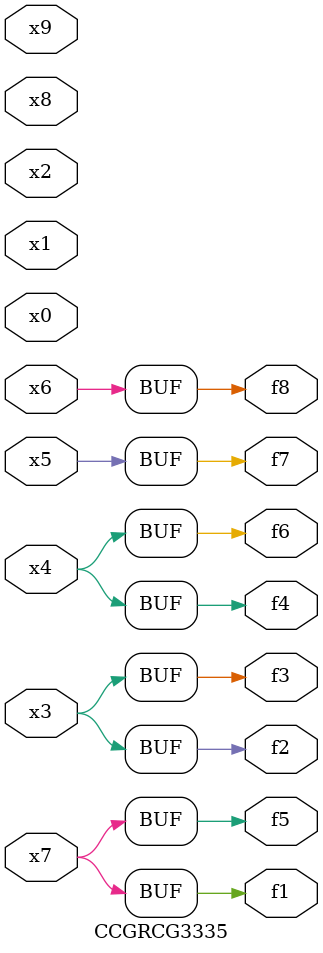
<source format=v>
module CCGRCG3335(
	input x0, x1, x2, x3, x4, x5, x6, x7, x8, x9,
	output f1, f2, f3, f4, f5, f6, f7, f8
);
	assign f1 = x7;
	assign f2 = x3;
	assign f3 = x3;
	assign f4 = x4;
	assign f5 = x7;
	assign f6 = x4;
	assign f7 = x5;
	assign f8 = x6;
endmodule

</source>
